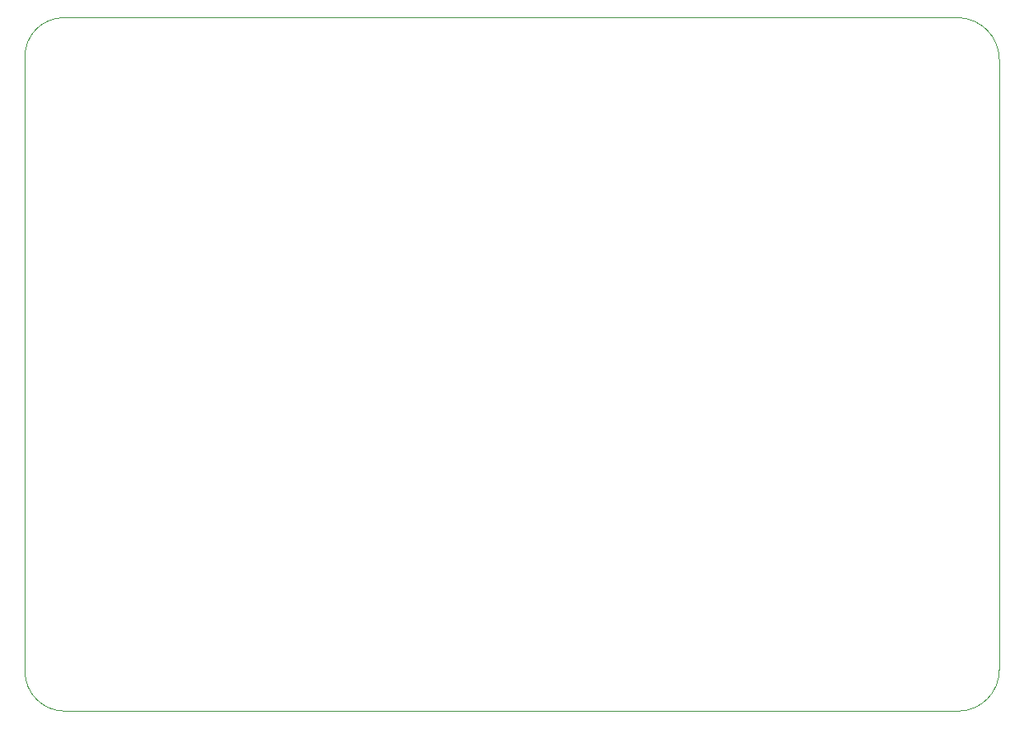
<source format=gko>
G04*
G04 #@! TF.GenerationSoftware,Altium Limited,Altium Designer,20.0.11 (256)*
G04*
G04 Layer_Color=16711935*
%FSLAX25Y25*%
%MOIN*%
G70*
G01*
G75*
%ADD81C,0.00394*%
D81*
X-17715Y-2703D02*
G03*
X-1520Y-18898I16195J0D01*
G01*
X-1930Y262062D02*
G03*
X-17715Y246278I-0J-15784D01*
G01*
X376880Y245030D02*
G03*
X359848Y262062I-17032J0D01*
G01*
X360152Y-18898D02*
G03*
X376880Y-2170I-0J16728D01*
G01*
X-17715Y246278D02*
X-17715Y-2703D01*
X-1930Y262062D02*
X359848Y262062D01*
X376880Y-2170D02*
X376880Y245030D01*
X-1520Y-18898D02*
X360152Y-18898D01*
M02*

</source>
